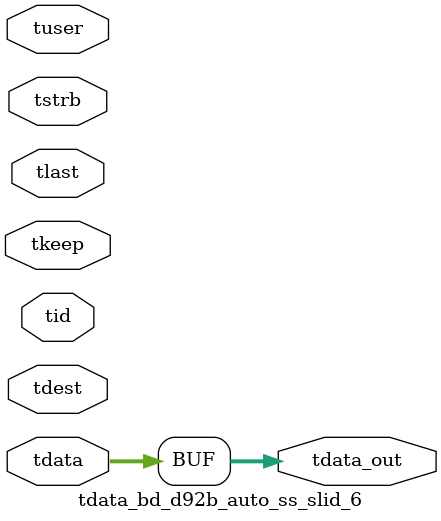
<source format=v>


`timescale 1ps/1ps

module tdata_bd_d92b_auto_ss_slid_6 #
(
parameter C_S_AXIS_TDATA_WIDTH = 32,
parameter C_S_AXIS_TUSER_WIDTH = 0,
parameter C_S_AXIS_TID_WIDTH   = 0,
parameter C_S_AXIS_TDEST_WIDTH = 0,
parameter C_M_AXIS_TDATA_WIDTH = 32
)
(
input  [(C_S_AXIS_TDATA_WIDTH == 0 ? 1 : C_S_AXIS_TDATA_WIDTH)-1:0     ] tdata,
input  [(C_S_AXIS_TUSER_WIDTH == 0 ? 1 : C_S_AXIS_TUSER_WIDTH)-1:0     ] tuser,
input  [(C_S_AXIS_TID_WIDTH   == 0 ? 1 : C_S_AXIS_TID_WIDTH)-1:0       ] tid,
input  [(C_S_AXIS_TDEST_WIDTH == 0 ? 1 : C_S_AXIS_TDEST_WIDTH)-1:0     ] tdest,
input  [(C_S_AXIS_TDATA_WIDTH/8)-1:0 ] tkeep,
input  [(C_S_AXIS_TDATA_WIDTH/8)-1:0 ] tstrb,
input                                                                    tlast,
output [C_M_AXIS_TDATA_WIDTH-1:0] tdata_out
);

assign tdata_out = {tdata[63:0]};

endmodule


</source>
